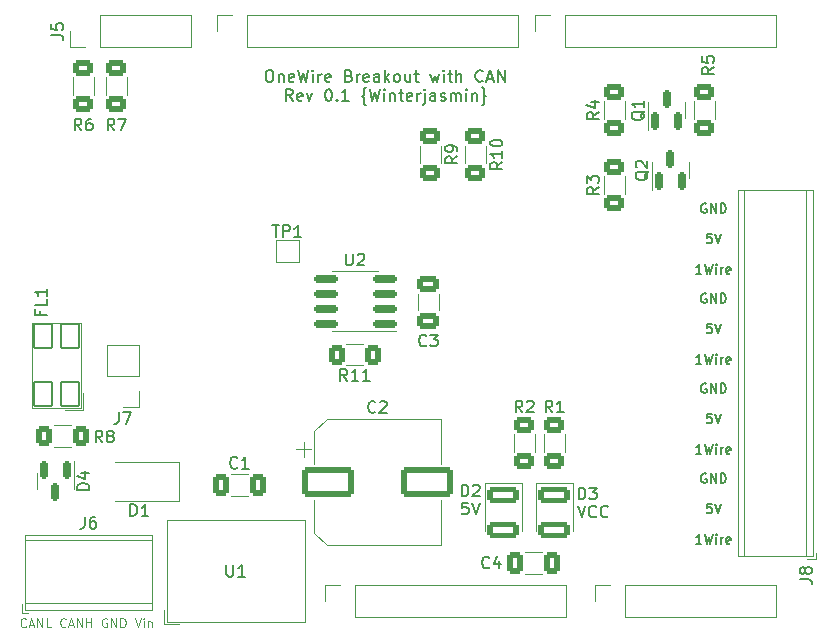
<source format=gto>
G04 #@! TF.GenerationSoftware,KiCad,Pcbnew,6.0.11-2627ca5db0~126~ubuntu22.04.1*
G04 #@! TF.CreationDate,2024-01-25T08:43:18+01:00*
G04 #@! TF.ProjectId,lmwb_ds18b20,6c6d7762-5f64-4733-9138-6232302e6b69,rev?*
G04 #@! TF.SameCoordinates,Original*
G04 #@! TF.FileFunction,Legend,Top*
G04 #@! TF.FilePolarity,Positive*
%FSLAX46Y46*%
G04 Gerber Fmt 4.6, Leading zero omitted, Abs format (unit mm)*
G04 Created by KiCad (PCBNEW 6.0.11-2627ca5db0~126~ubuntu22.04.1) date 2024-01-25 08:43:18*
%MOMM*%
%LPD*%
G01*
G04 APERTURE LIST*
G04 Aperture macros list*
%AMRoundRect*
0 Rectangle with rounded corners*
0 $1 Rounding radius*
0 $2 $3 $4 $5 $6 $7 $8 $9 X,Y pos of 4 corners*
0 Add a 4 corners polygon primitive as box body*
4,1,4,$2,$3,$4,$5,$6,$7,$8,$9,$2,$3,0*
0 Add four circle primitives for the rounded corners*
1,1,$1+$1,$2,$3*
1,1,$1+$1,$4,$5*
1,1,$1+$1,$6,$7*
1,1,$1+$1,$8,$9*
0 Add four rect primitives between the rounded corners*
20,1,$1+$1,$2,$3,$4,$5,0*
20,1,$1+$1,$4,$5,$6,$7,0*
20,1,$1+$1,$6,$7,$8,$9,0*
20,1,$1+$1,$8,$9,$2,$3,0*%
G04 Aperture macros list end*
%ADD10C,0.100000*%
%ADD11C,0.150000*%
%ADD12C,0.120000*%
%ADD13R,1.700000X1.700000*%
%ADD14O,1.700000X1.700000*%
%ADD15RoundRect,0.250000X0.625000X-0.400000X0.625000X0.400000X-0.625000X0.400000X-0.625000X-0.400000X0*%
%ADD16RoundRect,0.250001X-1.074999X0.462499X-1.074999X-0.462499X1.074999X-0.462499X1.074999X0.462499X0*%
%ADD17RoundRect,0.250000X-0.625000X0.400000X-0.625000X-0.400000X0.625000X-0.400000X0.625000X0.400000X0*%
%ADD18R,2.200000X2.200000*%
%ADD19C,2.200000*%
%ADD20RoundRect,0.150000X0.150000X-0.587500X0.150000X0.587500X-0.150000X0.587500X-0.150000X-0.587500X0*%
%ADD21R,2.500000X1.800000*%
%ADD22RoundRect,0.150000X0.825000X0.150000X-0.825000X0.150000X-0.825000X-0.150000X0.825000X-0.150000X0*%
%ADD23RoundRect,0.250000X-0.400000X-0.625000X0.400000X-0.625000X0.400000X0.625000X-0.400000X0.625000X0*%
%ADD24RoundRect,0.250000X0.650000X-0.412500X0.650000X0.412500X-0.650000X0.412500X-0.650000X-0.412500X0*%
%ADD25RoundRect,0.150000X-0.150000X0.587500X-0.150000X-0.587500X0.150000X-0.587500X0.150000X0.587500X0*%
%ADD26RoundRect,0.250000X0.412500X0.650000X-0.412500X0.650000X-0.412500X-0.650000X0.412500X-0.650000X0*%
%ADD27RoundRect,0.250000X-0.412500X-0.650000X0.412500X-0.650000X0.412500X0.650000X-0.412500X0.650000X0*%
%ADD28RoundRect,0.085500X0.769500X0.994500X-0.769500X0.994500X-0.769500X-0.994500X0.769500X-0.994500X0*%
%ADD29R,1.500000X2.300000*%
%ADD30O,1.500000X2.300000*%
%ADD31RoundRect,0.250000X0.400000X0.625000X-0.400000X0.625000X-0.400000X-0.625000X0.400000X-0.625000X0*%
%ADD32R,1.500000X1.500000*%
%ADD33RoundRect,0.250000X-1.950000X-1.000000X1.950000X-1.000000X1.950000X1.000000X-1.950000X1.000000X0*%
G04 APERTURE END LIST*
D10*
X101318857Y-99581857D02*
X101283142Y-99617571D01*
X101176000Y-99653285D01*
X101104571Y-99653285D01*
X100997428Y-99617571D01*
X100926000Y-99546142D01*
X100890285Y-99474714D01*
X100854571Y-99331857D01*
X100854571Y-99224714D01*
X100890285Y-99081857D01*
X100926000Y-99010428D01*
X100997428Y-98939000D01*
X101104571Y-98903285D01*
X101176000Y-98903285D01*
X101283142Y-98939000D01*
X101318857Y-98974714D01*
X101604571Y-99439000D02*
X101961714Y-99439000D01*
X101533142Y-99653285D02*
X101783142Y-98903285D01*
X102033142Y-99653285D01*
X102283142Y-99653285D02*
X102283142Y-98903285D01*
X102711714Y-99653285D01*
X102711714Y-98903285D01*
X103426000Y-99653285D02*
X103068857Y-99653285D01*
X103068857Y-98903285D01*
X104676000Y-99581857D02*
X104640285Y-99617571D01*
X104533142Y-99653285D01*
X104461714Y-99653285D01*
X104354571Y-99617571D01*
X104283142Y-99546142D01*
X104247428Y-99474714D01*
X104211714Y-99331857D01*
X104211714Y-99224714D01*
X104247428Y-99081857D01*
X104283142Y-99010428D01*
X104354571Y-98939000D01*
X104461714Y-98903285D01*
X104533142Y-98903285D01*
X104640285Y-98939000D01*
X104676000Y-98974714D01*
X104961714Y-99439000D02*
X105318857Y-99439000D01*
X104890285Y-99653285D02*
X105140285Y-98903285D01*
X105390285Y-99653285D01*
X105640285Y-99653285D02*
X105640285Y-98903285D01*
X106068857Y-99653285D01*
X106068857Y-98903285D01*
X106426000Y-99653285D02*
X106426000Y-98903285D01*
X106426000Y-99260428D02*
X106854571Y-99260428D01*
X106854571Y-99653285D02*
X106854571Y-98903285D01*
X108176000Y-98939000D02*
X108104571Y-98903285D01*
X107997428Y-98903285D01*
X107890285Y-98939000D01*
X107818857Y-99010428D01*
X107783142Y-99081857D01*
X107747428Y-99224714D01*
X107747428Y-99331857D01*
X107783142Y-99474714D01*
X107818857Y-99546142D01*
X107890285Y-99617571D01*
X107997428Y-99653285D01*
X108068857Y-99653285D01*
X108176000Y-99617571D01*
X108211714Y-99581857D01*
X108211714Y-99331857D01*
X108068857Y-99331857D01*
X108533142Y-99653285D02*
X108533142Y-98903285D01*
X108961714Y-99653285D01*
X108961714Y-98903285D01*
X109318857Y-99653285D02*
X109318857Y-98903285D01*
X109497428Y-98903285D01*
X109604571Y-98939000D01*
X109676000Y-99010428D01*
X109711714Y-99081857D01*
X109747428Y-99224714D01*
X109747428Y-99331857D01*
X109711714Y-99474714D01*
X109676000Y-99546142D01*
X109604571Y-99617571D01*
X109497428Y-99653285D01*
X109318857Y-99653285D01*
X110533142Y-98903285D02*
X110783142Y-99653285D01*
X111033142Y-98903285D01*
X111283142Y-99653285D02*
X111283142Y-99153285D01*
X111283142Y-98903285D02*
X111247428Y-98939000D01*
X111283142Y-98974714D01*
X111318857Y-98939000D01*
X111283142Y-98903285D01*
X111283142Y-98974714D01*
X111640285Y-99153285D02*
X111640285Y-99653285D01*
X111640285Y-99224714D02*
X111676000Y-99189000D01*
X111747428Y-99153285D01*
X111854571Y-99153285D01*
X111926000Y-99189000D01*
X111961714Y-99260428D01*
X111961714Y-99653285D01*
D11*
X158902476Y-86686000D02*
X158826285Y-86647904D01*
X158712000Y-86647904D01*
X158597714Y-86686000D01*
X158521523Y-86762190D01*
X158483428Y-86838380D01*
X158445333Y-86990761D01*
X158445333Y-87105047D01*
X158483428Y-87257428D01*
X158521523Y-87333619D01*
X158597714Y-87409809D01*
X158712000Y-87447904D01*
X158788190Y-87447904D01*
X158902476Y-87409809D01*
X158940571Y-87371714D01*
X158940571Y-87105047D01*
X158788190Y-87105047D01*
X159283428Y-87447904D02*
X159283428Y-86647904D01*
X159740571Y-87447904D01*
X159740571Y-86647904D01*
X160121523Y-87447904D02*
X160121523Y-86647904D01*
X160312000Y-86647904D01*
X160426285Y-86686000D01*
X160502476Y-86762190D01*
X160540571Y-86838380D01*
X160578666Y-86990761D01*
X160578666Y-87105047D01*
X160540571Y-87257428D01*
X160502476Y-87333619D01*
X160426285Y-87409809D01*
X160312000Y-87447904D01*
X160121523Y-87447904D01*
X159359619Y-89223904D02*
X158978666Y-89223904D01*
X158940571Y-89604857D01*
X158978666Y-89566761D01*
X159054857Y-89528666D01*
X159245333Y-89528666D01*
X159321523Y-89566761D01*
X159359619Y-89604857D01*
X159397714Y-89681047D01*
X159397714Y-89871523D01*
X159359619Y-89947714D01*
X159321523Y-89985809D01*
X159245333Y-90023904D01*
X159054857Y-90023904D01*
X158978666Y-89985809D01*
X158940571Y-89947714D01*
X159626285Y-89223904D02*
X159892952Y-90023904D01*
X160159619Y-89223904D01*
X158502476Y-92599904D02*
X158045333Y-92599904D01*
X158273904Y-92599904D02*
X158273904Y-91799904D01*
X158197714Y-91914190D01*
X158121523Y-91990380D01*
X158045333Y-92028476D01*
X158769142Y-91799904D02*
X158959619Y-92599904D01*
X159112000Y-92028476D01*
X159264380Y-92599904D01*
X159454857Y-91799904D01*
X159759619Y-92599904D02*
X159759619Y-92066571D01*
X159759619Y-91799904D02*
X159721523Y-91838000D01*
X159759619Y-91876095D01*
X159797714Y-91838000D01*
X159759619Y-91799904D01*
X159759619Y-91876095D01*
X160140571Y-92599904D02*
X160140571Y-92066571D01*
X160140571Y-92218952D02*
X160178666Y-92142761D01*
X160216761Y-92104666D01*
X160292952Y-92066571D01*
X160369142Y-92066571D01*
X160940571Y-92561809D02*
X160864380Y-92599904D01*
X160712000Y-92599904D01*
X160635809Y-92561809D01*
X160597714Y-92485619D01*
X160597714Y-92180857D01*
X160635809Y-92104666D01*
X160712000Y-92066571D01*
X160864380Y-92066571D01*
X160940571Y-92104666D01*
X160978666Y-92180857D01*
X160978666Y-92257047D01*
X160597714Y-92333238D01*
X158902476Y-79066000D02*
X158826285Y-79027904D01*
X158712000Y-79027904D01*
X158597714Y-79066000D01*
X158521523Y-79142190D01*
X158483428Y-79218380D01*
X158445333Y-79370761D01*
X158445333Y-79485047D01*
X158483428Y-79637428D01*
X158521523Y-79713619D01*
X158597714Y-79789809D01*
X158712000Y-79827904D01*
X158788190Y-79827904D01*
X158902476Y-79789809D01*
X158940571Y-79751714D01*
X158940571Y-79485047D01*
X158788190Y-79485047D01*
X159283428Y-79827904D02*
X159283428Y-79027904D01*
X159740571Y-79827904D01*
X159740571Y-79027904D01*
X160121523Y-79827904D02*
X160121523Y-79027904D01*
X160312000Y-79027904D01*
X160426285Y-79066000D01*
X160502476Y-79142190D01*
X160540571Y-79218380D01*
X160578666Y-79370761D01*
X160578666Y-79485047D01*
X160540571Y-79637428D01*
X160502476Y-79713619D01*
X160426285Y-79789809D01*
X160312000Y-79827904D01*
X160121523Y-79827904D01*
X159359619Y-81603904D02*
X158978666Y-81603904D01*
X158940571Y-81984857D01*
X158978666Y-81946761D01*
X159054857Y-81908666D01*
X159245333Y-81908666D01*
X159321523Y-81946761D01*
X159359619Y-81984857D01*
X159397714Y-82061047D01*
X159397714Y-82251523D01*
X159359619Y-82327714D01*
X159321523Y-82365809D01*
X159245333Y-82403904D01*
X159054857Y-82403904D01*
X158978666Y-82365809D01*
X158940571Y-82327714D01*
X159626285Y-81603904D02*
X159892952Y-82403904D01*
X160159619Y-81603904D01*
X158502476Y-84979904D02*
X158045333Y-84979904D01*
X158273904Y-84979904D02*
X158273904Y-84179904D01*
X158197714Y-84294190D01*
X158121523Y-84370380D01*
X158045333Y-84408476D01*
X158769142Y-84179904D02*
X158959619Y-84979904D01*
X159112000Y-84408476D01*
X159264380Y-84979904D01*
X159454857Y-84179904D01*
X159759619Y-84979904D02*
X159759619Y-84446571D01*
X159759619Y-84179904D02*
X159721523Y-84218000D01*
X159759619Y-84256095D01*
X159797714Y-84218000D01*
X159759619Y-84179904D01*
X159759619Y-84256095D01*
X160140571Y-84979904D02*
X160140571Y-84446571D01*
X160140571Y-84598952D02*
X160178666Y-84522761D01*
X160216761Y-84484666D01*
X160292952Y-84446571D01*
X160369142Y-84446571D01*
X160940571Y-84941809D02*
X160864380Y-84979904D01*
X160712000Y-84979904D01*
X160635809Y-84941809D01*
X160597714Y-84865619D01*
X160597714Y-84560857D01*
X160635809Y-84484666D01*
X160712000Y-84446571D01*
X160864380Y-84446571D01*
X160940571Y-84484666D01*
X160978666Y-84560857D01*
X160978666Y-84637047D01*
X160597714Y-84713238D01*
X158902476Y-71446000D02*
X158826285Y-71407904D01*
X158712000Y-71407904D01*
X158597714Y-71446000D01*
X158521523Y-71522190D01*
X158483428Y-71598380D01*
X158445333Y-71750761D01*
X158445333Y-71865047D01*
X158483428Y-72017428D01*
X158521523Y-72093619D01*
X158597714Y-72169809D01*
X158712000Y-72207904D01*
X158788190Y-72207904D01*
X158902476Y-72169809D01*
X158940571Y-72131714D01*
X158940571Y-71865047D01*
X158788190Y-71865047D01*
X159283428Y-72207904D02*
X159283428Y-71407904D01*
X159740571Y-72207904D01*
X159740571Y-71407904D01*
X160121523Y-72207904D02*
X160121523Y-71407904D01*
X160312000Y-71407904D01*
X160426285Y-71446000D01*
X160502476Y-71522190D01*
X160540571Y-71598380D01*
X160578666Y-71750761D01*
X160578666Y-71865047D01*
X160540571Y-72017428D01*
X160502476Y-72093619D01*
X160426285Y-72169809D01*
X160312000Y-72207904D01*
X160121523Y-72207904D01*
X159359619Y-73983904D02*
X158978666Y-73983904D01*
X158940571Y-74364857D01*
X158978666Y-74326761D01*
X159054857Y-74288666D01*
X159245333Y-74288666D01*
X159321523Y-74326761D01*
X159359619Y-74364857D01*
X159397714Y-74441047D01*
X159397714Y-74631523D01*
X159359619Y-74707714D01*
X159321523Y-74745809D01*
X159245333Y-74783904D01*
X159054857Y-74783904D01*
X158978666Y-74745809D01*
X158940571Y-74707714D01*
X159626285Y-73983904D02*
X159892952Y-74783904D01*
X160159619Y-73983904D01*
X158502476Y-77359904D02*
X158045333Y-77359904D01*
X158273904Y-77359904D02*
X158273904Y-76559904D01*
X158197714Y-76674190D01*
X158121523Y-76750380D01*
X158045333Y-76788476D01*
X158769142Y-76559904D02*
X158959619Y-77359904D01*
X159112000Y-76788476D01*
X159264380Y-77359904D01*
X159454857Y-76559904D01*
X159759619Y-77359904D02*
X159759619Y-76826571D01*
X159759619Y-76559904D02*
X159721523Y-76598000D01*
X159759619Y-76636095D01*
X159797714Y-76598000D01*
X159759619Y-76559904D01*
X159759619Y-76636095D01*
X160140571Y-77359904D02*
X160140571Y-76826571D01*
X160140571Y-76978952D02*
X160178666Y-76902761D01*
X160216761Y-76864666D01*
X160292952Y-76826571D01*
X160369142Y-76826571D01*
X160940571Y-77321809D02*
X160864380Y-77359904D01*
X160712000Y-77359904D01*
X160635809Y-77321809D01*
X160597714Y-77245619D01*
X160597714Y-76940857D01*
X160635809Y-76864666D01*
X160712000Y-76826571D01*
X160864380Y-76826571D01*
X160940571Y-76864666D01*
X160978666Y-76940857D01*
X160978666Y-77017047D01*
X160597714Y-77093238D01*
X121845238Y-52495380D02*
X122035714Y-52495380D01*
X122130952Y-52543000D01*
X122226190Y-52638238D01*
X122273809Y-52828714D01*
X122273809Y-53162047D01*
X122226190Y-53352523D01*
X122130952Y-53447761D01*
X122035714Y-53495380D01*
X121845238Y-53495380D01*
X121750000Y-53447761D01*
X121654761Y-53352523D01*
X121607142Y-53162047D01*
X121607142Y-52828714D01*
X121654761Y-52638238D01*
X121750000Y-52543000D01*
X121845238Y-52495380D01*
X122702380Y-52828714D02*
X122702380Y-53495380D01*
X122702380Y-52923952D02*
X122750000Y-52876333D01*
X122845238Y-52828714D01*
X122988095Y-52828714D01*
X123083333Y-52876333D01*
X123130952Y-52971571D01*
X123130952Y-53495380D01*
X123988095Y-53447761D02*
X123892857Y-53495380D01*
X123702380Y-53495380D01*
X123607142Y-53447761D01*
X123559523Y-53352523D01*
X123559523Y-52971571D01*
X123607142Y-52876333D01*
X123702380Y-52828714D01*
X123892857Y-52828714D01*
X123988095Y-52876333D01*
X124035714Y-52971571D01*
X124035714Y-53066809D01*
X123559523Y-53162047D01*
X124369047Y-52495380D02*
X124607142Y-53495380D01*
X124797619Y-52781095D01*
X124988095Y-53495380D01*
X125226190Y-52495380D01*
X125607142Y-53495380D02*
X125607142Y-52828714D01*
X125607142Y-52495380D02*
X125559523Y-52543000D01*
X125607142Y-52590619D01*
X125654761Y-52543000D01*
X125607142Y-52495380D01*
X125607142Y-52590619D01*
X126083333Y-53495380D02*
X126083333Y-52828714D01*
X126083333Y-53019190D02*
X126130952Y-52923952D01*
X126178571Y-52876333D01*
X126273809Y-52828714D01*
X126369047Y-52828714D01*
X127083333Y-53447761D02*
X126988095Y-53495380D01*
X126797619Y-53495380D01*
X126702380Y-53447761D01*
X126654761Y-53352523D01*
X126654761Y-52971571D01*
X126702380Y-52876333D01*
X126797619Y-52828714D01*
X126988095Y-52828714D01*
X127083333Y-52876333D01*
X127130952Y-52971571D01*
X127130952Y-53066809D01*
X126654761Y-53162047D01*
X128654761Y-52971571D02*
X128797619Y-53019190D01*
X128845238Y-53066809D01*
X128892857Y-53162047D01*
X128892857Y-53304904D01*
X128845238Y-53400142D01*
X128797619Y-53447761D01*
X128702380Y-53495380D01*
X128321428Y-53495380D01*
X128321428Y-52495380D01*
X128654761Y-52495380D01*
X128750000Y-52543000D01*
X128797619Y-52590619D01*
X128845238Y-52685857D01*
X128845238Y-52781095D01*
X128797619Y-52876333D01*
X128750000Y-52923952D01*
X128654761Y-52971571D01*
X128321428Y-52971571D01*
X129321428Y-53495380D02*
X129321428Y-52828714D01*
X129321428Y-53019190D02*
X129369047Y-52923952D01*
X129416666Y-52876333D01*
X129511904Y-52828714D01*
X129607142Y-52828714D01*
X130321428Y-53447761D02*
X130226190Y-53495380D01*
X130035714Y-53495380D01*
X129940476Y-53447761D01*
X129892857Y-53352523D01*
X129892857Y-52971571D01*
X129940476Y-52876333D01*
X130035714Y-52828714D01*
X130226190Y-52828714D01*
X130321428Y-52876333D01*
X130369047Y-52971571D01*
X130369047Y-53066809D01*
X129892857Y-53162047D01*
X131226190Y-53495380D02*
X131226190Y-52971571D01*
X131178571Y-52876333D01*
X131083333Y-52828714D01*
X130892857Y-52828714D01*
X130797619Y-52876333D01*
X131226190Y-53447761D02*
X131130952Y-53495380D01*
X130892857Y-53495380D01*
X130797619Y-53447761D01*
X130750000Y-53352523D01*
X130750000Y-53257285D01*
X130797619Y-53162047D01*
X130892857Y-53114428D01*
X131130952Y-53114428D01*
X131226190Y-53066809D01*
X131702380Y-53495380D02*
X131702380Y-52495380D01*
X131797619Y-53114428D02*
X132083333Y-53495380D01*
X132083333Y-52828714D02*
X131702380Y-53209666D01*
X132654761Y-53495380D02*
X132559523Y-53447761D01*
X132511904Y-53400142D01*
X132464285Y-53304904D01*
X132464285Y-53019190D01*
X132511904Y-52923952D01*
X132559523Y-52876333D01*
X132654761Y-52828714D01*
X132797619Y-52828714D01*
X132892857Y-52876333D01*
X132940476Y-52923952D01*
X132988095Y-53019190D01*
X132988095Y-53304904D01*
X132940476Y-53400142D01*
X132892857Y-53447761D01*
X132797619Y-53495380D01*
X132654761Y-53495380D01*
X133845238Y-52828714D02*
X133845238Y-53495380D01*
X133416666Y-52828714D02*
X133416666Y-53352523D01*
X133464285Y-53447761D01*
X133559523Y-53495380D01*
X133702380Y-53495380D01*
X133797619Y-53447761D01*
X133845238Y-53400142D01*
X134178571Y-52828714D02*
X134559523Y-52828714D01*
X134321428Y-52495380D02*
X134321428Y-53352523D01*
X134369047Y-53447761D01*
X134464285Y-53495380D01*
X134559523Y-53495380D01*
X135559523Y-52828714D02*
X135750000Y-53495380D01*
X135940476Y-53019190D01*
X136130952Y-53495380D01*
X136321428Y-52828714D01*
X136702380Y-53495380D02*
X136702380Y-52828714D01*
X136702380Y-52495380D02*
X136654761Y-52543000D01*
X136702380Y-52590619D01*
X136750000Y-52543000D01*
X136702380Y-52495380D01*
X136702380Y-52590619D01*
X137035714Y-52828714D02*
X137416666Y-52828714D01*
X137178571Y-52495380D02*
X137178571Y-53352523D01*
X137226190Y-53447761D01*
X137321428Y-53495380D01*
X137416666Y-53495380D01*
X137750000Y-53495380D02*
X137750000Y-52495380D01*
X138178571Y-53495380D02*
X138178571Y-52971571D01*
X138130952Y-52876333D01*
X138035714Y-52828714D01*
X137892857Y-52828714D01*
X137797619Y-52876333D01*
X137750000Y-52923952D01*
X139988095Y-53400142D02*
X139940476Y-53447761D01*
X139797619Y-53495380D01*
X139702380Y-53495380D01*
X139559523Y-53447761D01*
X139464285Y-53352523D01*
X139416666Y-53257285D01*
X139369047Y-53066809D01*
X139369047Y-52923952D01*
X139416666Y-52733476D01*
X139464285Y-52638238D01*
X139559523Y-52543000D01*
X139702380Y-52495380D01*
X139797619Y-52495380D01*
X139940476Y-52543000D01*
X139988095Y-52590619D01*
X140369047Y-53209666D02*
X140845238Y-53209666D01*
X140273809Y-53495380D02*
X140607142Y-52495380D01*
X140940476Y-53495380D01*
X141273809Y-53495380D02*
X141273809Y-52495380D01*
X141845238Y-53495380D01*
X141845238Y-52495380D01*
X123892857Y-55105380D02*
X123559523Y-54629190D01*
X123321428Y-55105380D02*
X123321428Y-54105380D01*
X123702380Y-54105380D01*
X123797619Y-54153000D01*
X123845238Y-54200619D01*
X123892857Y-54295857D01*
X123892857Y-54438714D01*
X123845238Y-54533952D01*
X123797619Y-54581571D01*
X123702380Y-54629190D01*
X123321428Y-54629190D01*
X124702380Y-55057761D02*
X124607142Y-55105380D01*
X124416666Y-55105380D01*
X124321428Y-55057761D01*
X124273809Y-54962523D01*
X124273809Y-54581571D01*
X124321428Y-54486333D01*
X124416666Y-54438714D01*
X124607142Y-54438714D01*
X124702380Y-54486333D01*
X124750000Y-54581571D01*
X124750000Y-54676809D01*
X124273809Y-54772047D01*
X125083333Y-54438714D02*
X125321428Y-55105380D01*
X125559523Y-54438714D01*
X126892857Y-54105380D02*
X126988095Y-54105380D01*
X127083333Y-54153000D01*
X127130952Y-54200619D01*
X127178571Y-54295857D01*
X127226190Y-54486333D01*
X127226190Y-54724428D01*
X127178571Y-54914904D01*
X127130952Y-55010142D01*
X127083333Y-55057761D01*
X126988095Y-55105380D01*
X126892857Y-55105380D01*
X126797619Y-55057761D01*
X126750000Y-55010142D01*
X126702380Y-54914904D01*
X126654761Y-54724428D01*
X126654761Y-54486333D01*
X126702380Y-54295857D01*
X126750000Y-54200619D01*
X126797619Y-54153000D01*
X126892857Y-54105380D01*
X127654761Y-55010142D02*
X127702380Y-55057761D01*
X127654761Y-55105380D01*
X127607142Y-55057761D01*
X127654761Y-55010142D01*
X127654761Y-55105380D01*
X128654761Y-55105380D02*
X128083333Y-55105380D01*
X128369047Y-55105380D02*
X128369047Y-54105380D01*
X128273809Y-54248238D01*
X128178571Y-54343476D01*
X128083333Y-54391095D01*
X130130952Y-55486333D02*
X130083333Y-55486333D01*
X129988095Y-55438714D01*
X129940476Y-55343476D01*
X129940476Y-54867285D01*
X129892857Y-54772047D01*
X129797619Y-54724428D01*
X129892857Y-54676809D01*
X129940476Y-54581571D01*
X129940476Y-54105380D01*
X129988095Y-54010142D01*
X130083333Y-53962523D01*
X130130952Y-53962523D01*
X130416666Y-54105380D02*
X130654761Y-55105380D01*
X130845238Y-54391095D01*
X131035714Y-55105380D01*
X131273809Y-54105380D01*
X131654761Y-55105380D02*
X131654761Y-54438714D01*
X131654761Y-54105380D02*
X131607142Y-54153000D01*
X131654761Y-54200619D01*
X131702380Y-54153000D01*
X131654761Y-54105380D01*
X131654761Y-54200619D01*
X132130952Y-54438714D02*
X132130952Y-55105380D01*
X132130952Y-54533952D02*
X132178571Y-54486333D01*
X132273809Y-54438714D01*
X132416666Y-54438714D01*
X132511904Y-54486333D01*
X132559523Y-54581571D01*
X132559523Y-55105380D01*
X132892857Y-54438714D02*
X133273809Y-54438714D01*
X133035714Y-54105380D02*
X133035714Y-54962523D01*
X133083333Y-55057761D01*
X133178571Y-55105380D01*
X133273809Y-55105380D01*
X133988095Y-55057761D02*
X133892857Y-55105380D01*
X133702380Y-55105380D01*
X133607142Y-55057761D01*
X133559523Y-54962523D01*
X133559523Y-54581571D01*
X133607142Y-54486333D01*
X133702380Y-54438714D01*
X133892857Y-54438714D01*
X133988095Y-54486333D01*
X134035714Y-54581571D01*
X134035714Y-54676809D01*
X133559523Y-54772047D01*
X134464285Y-55105380D02*
X134464285Y-54438714D01*
X134464285Y-54629190D02*
X134511904Y-54533952D01*
X134559523Y-54486333D01*
X134654761Y-54438714D01*
X134750000Y-54438714D01*
X135083333Y-54438714D02*
X135083333Y-55295857D01*
X135035714Y-55391095D01*
X134940476Y-55438714D01*
X134892857Y-55438714D01*
X135083333Y-54105380D02*
X135035714Y-54153000D01*
X135083333Y-54200619D01*
X135130952Y-54153000D01*
X135083333Y-54105380D01*
X135083333Y-54200619D01*
X135988095Y-55105380D02*
X135988095Y-54581571D01*
X135940476Y-54486333D01*
X135845238Y-54438714D01*
X135654761Y-54438714D01*
X135559523Y-54486333D01*
X135988095Y-55057761D02*
X135892857Y-55105380D01*
X135654761Y-55105380D01*
X135559523Y-55057761D01*
X135511904Y-54962523D01*
X135511904Y-54867285D01*
X135559523Y-54772047D01*
X135654761Y-54724428D01*
X135892857Y-54724428D01*
X135988095Y-54676809D01*
X136416666Y-55057761D02*
X136511904Y-55105380D01*
X136702380Y-55105380D01*
X136797619Y-55057761D01*
X136845238Y-54962523D01*
X136845238Y-54914904D01*
X136797619Y-54819666D01*
X136702380Y-54772047D01*
X136559523Y-54772047D01*
X136464285Y-54724428D01*
X136416666Y-54629190D01*
X136416666Y-54581571D01*
X136464285Y-54486333D01*
X136559523Y-54438714D01*
X136702380Y-54438714D01*
X136797619Y-54486333D01*
X137273809Y-55105380D02*
X137273809Y-54438714D01*
X137273809Y-54533952D02*
X137321428Y-54486333D01*
X137416666Y-54438714D01*
X137559523Y-54438714D01*
X137654761Y-54486333D01*
X137702380Y-54581571D01*
X137702380Y-55105380D01*
X137702380Y-54581571D02*
X137750000Y-54486333D01*
X137845238Y-54438714D01*
X137988095Y-54438714D01*
X138083333Y-54486333D01*
X138130952Y-54581571D01*
X138130952Y-55105380D01*
X138607142Y-55105380D02*
X138607142Y-54438714D01*
X138607142Y-54105380D02*
X138559523Y-54153000D01*
X138607142Y-54200619D01*
X138654761Y-54153000D01*
X138607142Y-54105380D01*
X138607142Y-54200619D01*
X139083333Y-54438714D02*
X139083333Y-55105380D01*
X139083333Y-54533952D02*
X139130952Y-54486333D01*
X139226190Y-54438714D01*
X139369047Y-54438714D01*
X139464285Y-54486333D01*
X139511904Y-54581571D01*
X139511904Y-55105380D01*
X139892857Y-55486333D02*
X139940476Y-55486333D01*
X140035714Y-55438714D01*
X140083333Y-55343476D01*
X140083333Y-54867285D01*
X140130952Y-54772047D01*
X140226190Y-54724428D01*
X140130952Y-54676809D01*
X140083333Y-54581571D01*
X140083333Y-54105380D01*
X140035714Y-54010142D01*
X139940476Y-53962523D01*
X139892857Y-53962523D01*
X148018666Y-89368380D02*
X148352000Y-90368380D01*
X148685333Y-89368380D01*
X149590095Y-90273142D02*
X149542476Y-90320761D01*
X149399619Y-90368380D01*
X149304380Y-90368380D01*
X149161523Y-90320761D01*
X149066285Y-90225523D01*
X149018666Y-90130285D01*
X148971047Y-89939809D01*
X148971047Y-89796952D01*
X149018666Y-89606476D01*
X149066285Y-89511238D01*
X149161523Y-89416000D01*
X149304380Y-89368380D01*
X149399619Y-89368380D01*
X149542476Y-89416000D01*
X149590095Y-89463619D01*
X150590095Y-90273142D02*
X150542476Y-90320761D01*
X150399619Y-90368380D01*
X150304380Y-90368380D01*
X150161523Y-90320761D01*
X150066285Y-90225523D01*
X150018666Y-90130285D01*
X149971047Y-89939809D01*
X149971047Y-89796952D01*
X150018666Y-89606476D01*
X150066285Y-89511238D01*
X150161523Y-89416000D01*
X150304380Y-89368380D01*
X150399619Y-89368380D01*
X150542476Y-89416000D01*
X150590095Y-89463619D01*
X138747523Y-89114380D02*
X138271333Y-89114380D01*
X138223714Y-89590571D01*
X138271333Y-89542952D01*
X138366571Y-89495333D01*
X138604666Y-89495333D01*
X138699904Y-89542952D01*
X138747523Y-89590571D01*
X138795142Y-89685809D01*
X138795142Y-89923904D01*
X138747523Y-90019142D01*
X138699904Y-90066761D01*
X138604666Y-90114380D01*
X138366571Y-90114380D01*
X138271333Y-90066761D01*
X138223714Y-90019142D01*
X139080857Y-89114380D02*
X139414190Y-90114380D01*
X139747523Y-89114380D01*
X158902476Y-63826000D02*
X158826285Y-63787904D01*
X158712000Y-63787904D01*
X158597714Y-63826000D01*
X158521523Y-63902190D01*
X158483428Y-63978380D01*
X158445333Y-64130761D01*
X158445333Y-64245047D01*
X158483428Y-64397428D01*
X158521523Y-64473619D01*
X158597714Y-64549809D01*
X158712000Y-64587904D01*
X158788190Y-64587904D01*
X158902476Y-64549809D01*
X158940571Y-64511714D01*
X158940571Y-64245047D01*
X158788190Y-64245047D01*
X159283428Y-64587904D02*
X159283428Y-63787904D01*
X159740571Y-64587904D01*
X159740571Y-63787904D01*
X160121523Y-64587904D02*
X160121523Y-63787904D01*
X160312000Y-63787904D01*
X160426285Y-63826000D01*
X160502476Y-63902190D01*
X160540571Y-63978380D01*
X160578666Y-64130761D01*
X160578666Y-64245047D01*
X160540571Y-64397428D01*
X160502476Y-64473619D01*
X160426285Y-64549809D01*
X160312000Y-64587904D01*
X160121523Y-64587904D01*
X159359619Y-66363904D02*
X158978666Y-66363904D01*
X158940571Y-66744857D01*
X158978666Y-66706761D01*
X159054857Y-66668666D01*
X159245333Y-66668666D01*
X159321523Y-66706761D01*
X159359619Y-66744857D01*
X159397714Y-66821047D01*
X159397714Y-67011523D01*
X159359619Y-67087714D01*
X159321523Y-67125809D01*
X159245333Y-67163904D01*
X159054857Y-67163904D01*
X158978666Y-67125809D01*
X158940571Y-67087714D01*
X159626285Y-66363904D02*
X159892952Y-67163904D01*
X160159619Y-66363904D01*
X158502476Y-69739904D02*
X158045333Y-69739904D01*
X158273904Y-69739904D02*
X158273904Y-68939904D01*
X158197714Y-69054190D01*
X158121523Y-69130380D01*
X158045333Y-69168476D01*
X158769142Y-68939904D02*
X158959619Y-69739904D01*
X159112000Y-69168476D01*
X159264380Y-69739904D01*
X159454857Y-68939904D01*
X159759619Y-69739904D02*
X159759619Y-69206571D01*
X159759619Y-68939904D02*
X159721523Y-68978000D01*
X159759619Y-69016095D01*
X159797714Y-68978000D01*
X159759619Y-68939904D01*
X159759619Y-69016095D01*
X160140571Y-69739904D02*
X160140571Y-69206571D01*
X160140571Y-69358952D02*
X160178666Y-69282761D01*
X160216761Y-69244666D01*
X160292952Y-69206571D01*
X160369142Y-69206571D01*
X160940571Y-69701809D02*
X160864380Y-69739904D01*
X160712000Y-69739904D01*
X160635809Y-69701809D01*
X160597714Y-69625619D01*
X160597714Y-69320857D01*
X160635809Y-69244666D01*
X160712000Y-69206571D01*
X160864380Y-69206571D01*
X160940571Y-69244666D01*
X160978666Y-69320857D01*
X160978666Y-69397047D01*
X160597714Y-69473238D01*
X103472380Y-49533333D02*
X104186666Y-49533333D01*
X104329523Y-49580952D01*
X104424761Y-49676190D01*
X104472380Y-49819047D01*
X104472380Y-49914285D01*
X103472380Y-48580952D02*
X103472380Y-49057142D01*
X103948571Y-49104761D01*
X103900952Y-49057142D01*
X103853333Y-48961904D01*
X103853333Y-48723809D01*
X103900952Y-48628571D01*
X103948571Y-48580952D01*
X104043809Y-48533333D01*
X104281904Y-48533333D01*
X104377142Y-48580952D01*
X104424761Y-48628571D01*
X104472380Y-48723809D01*
X104472380Y-48961904D01*
X104424761Y-49057142D01*
X104377142Y-49104761D01*
X145883333Y-81478380D02*
X145550000Y-81002190D01*
X145311904Y-81478380D02*
X145311904Y-80478380D01*
X145692857Y-80478380D01*
X145788095Y-80526000D01*
X145835714Y-80573619D01*
X145883333Y-80668857D01*
X145883333Y-80811714D01*
X145835714Y-80906952D01*
X145788095Y-80954571D01*
X145692857Y-81002190D01*
X145311904Y-81002190D01*
X146835714Y-81478380D02*
X146264285Y-81478380D01*
X146550000Y-81478380D02*
X146550000Y-80478380D01*
X146454761Y-80621238D01*
X146359523Y-80716476D01*
X146264285Y-80764095D01*
X148105904Y-88844380D02*
X148105904Y-87844380D01*
X148344000Y-87844380D01*
X148486857Y-87892000D01*
X148582095Y-87987238D01*
X148629714Y-88082476D01*
X148677333Y-88272952D01*
X148677333Y-88415809D01*
X148629714Y-88606285D01*
X148582095Y-88701523D01*
X148486857Y-88796761D01*
X148344000Y-88844380D01*
X148105904Y-88844380D01*
X149010666Y-87844380D02*
X149629714Y-87844380D01*
X149296380Y-88225333D01*
X149439238Y-88225333D01*
X149534476Y-88272952D01*
X149582095Y-88320571D01*
X149629714Y-88415809D01*
X149629714Y-88653904D01*
X149582095Y-88749142D01*
X149534476Y-88796761D01*
X149439238Y-88844380D01*
X149153523Y-88844380D01*
X149058285Y-88796761D01*
X149010666Y-88749142D01*
X137832380Y-59806667D02*
X137356190Y-60140001D01*
X137832380Y-60378096D02*
X136832380Y-60378096D01*
X136832380Y-59997143D01*
X136880000Y-59901905D01*
X136927619Y-59854286D01*
X137022857Y-59806667D01*
X137165714Y-59806667D01*
X137260952Y-59854286D01*
X137308571Y-59901905D01*
X137356190Y-59997143D01*
X137356190Y-60378096D01*
X137832380Y-59330477D02*
X137832380Y-59140001D01*
X137784761Y-59044762D01*
X137737142Y-58997143D01*
X137594285Y-58901905D01*
X137403809Y-58854286D01*
X137022857Y-58854286D01*
X136927619Y-58901905D01*
X136880000Y-58949524D01*
X136832380Y-59044762D01*
X136832380Y-59235239D01*
X136880000Y-59330477D01*
X136927619Y-59378096D01*
X137022857Y-59425715D01*
X137260952Y-59425715D01*
X137356190Y-59378096D01*
X137403809Y-59330477D01*
X137451428Y-59235239D01*
X137451428Y-59044762D01*
X137403809Y-58949524D01*
X137356190Y-58901905D01*
X137260952Y-58854286D01*
X143343333Y-81478380D02*
X143010000Y-81002190D01*
X142771904Y-81478380D02*
X142771904Y-80478380D01*
X143152857Y-80478380D01*
X143248095Y-80526000D01*
X143295714Y-80573619D01*
X143343333Y-80668857D01*
X143343333Y-80811714D01*
X143295714Y-80906952D01*
X143248095Y-80954571D01*
X143152857Y-81002190D01*
X142771904Y-81002190D01*
X143724285Y-80573619D02*
X143771904Y-80526000D01*
X143867142Y-80478380D01*
X144105238Y-80478380D01*
X144200476Y-80526000D01*
X144248095Y-80573619D01*
X144295714Y-80668857D01*
X144295714Y-80764095D01*
X144248095Y-80906952D01*
X143676666Y-81478380D01*
X144295714Y-81478380D01*
X106005333Y-57602380D02*
X105672000Y-57126190D01*
X105433904Y-57602380D02*
X105433904Y-56602380D01*
X105814857Y-56602380D01*
X105910095Y-56650000D01*
X105957714Y-56697619D01*
X106005333Y-56792857D01*
X106005333Y-56935714D01*
X105957714Y-57030952D01*
X105910095Y-57078571D01*
X105814857Y-57126190D01*
X105433904Y-57126190D01*
X106862476Y-56602380D02*
X106672000Y-56602380D01*
X106576761Y-56650000D01*
X106529142Y-56697619D01*
X106433904Y-56840476D01*
X106386285Y-57030952D01*
X106386285Y-57411904D01*
X106433904Y-57507142D01*
X106481523Y-57554761D01*
X106576761Y-57602380D01*
X106767238Y-57602380D01*
X106862476Y-57554761D01*
X106910095Y-57507142D01*
X106957714Y-57411904D01*
X106957714Y-57173809D01*
X106910095Y-57078571D01*
X106862476Y-57030952D01*
X106767238Y-56983333D01*
X106576761Y-56983333D01*
X106481523Y-57030952D01*
X106433904Y-57078571D01*
X106386285Y-57173809D01*
X106276666Y-90312380D02*
X106276666Y-91026666D01*
X106229047Y-91169523D01*
X106133809Y-91264761D01*
X105990952Y-91312380D01*
X105895714Y-91312380D01*
X107181428Y-90312380D02*
X106990952Y-90312380D01*
X106895714Y-90360000D01*
X106848095Y-90407619D01*
X106752857Y-90550476D01*
X106705238Y-90740952D01*
X106705238Y-91121904D01*
X106752857Y-91217142D01*
X106800476Y-91264761D01*
X106895714Y-91312380D01*
X107086190Y-91312380D01*
X107181428Y-91264761D01*
X107229047Y-91217142D01*
X107276666Y-91121904D01*
X107276666Y-90883809D01*
X107229047Y-90788571D01*
X107181428Y-90740952D01*
X107086190Y-90693333D01*
X106895714Y-90693333D01*
X106800476Y-90740952D01*
X106752857Y-90788571D01*
X106705238Y-90883809D01*
X153702619Y-55975238D02*
X153655000Y-56070476D01*
X153559761Y-56165714D01*
X153416904Y-56308571D01*
X153369285Y-56403809D01*
X153369285Y-56499047D01*
X153607380Y-56451428D02*
X153559761Y-56546666D01*
X153464523Y-56641904D01*
X153274047Y-56689523D01*
X152940714Y-56689523D01*
X152750238Y-56641904D01*
X152655000Y-56546666D01*
X152607380Y-56451428D01*
X152607380Y-56260952D01*
X152655000Y-56165714D01*
X152750238Y-56070476D01*
X152940714Y-56022857D01*
X153274047Y-56022857D01*
X153464523Y-56070476D01*
X153559761Y-56165714D01*
X153607380Y-56260952D01*
X153607380Y-56451428D01*
X153607380Y-55070476D02*
X153607380Y-55641904D01*
X153607380Y-55356190D02*
X152607380Y-55356190D01*
X152750238Y-55451428D01*
X152845476Y-55546666D01*
X152893095Y-55641904D01*
X109191666Y-81462380D02*
X109191666Y-82176666D01*
X109144047Y-82319523D01*
X109048809Y-82414761D01*
X108905952Y-82462380D01*
X108810714Y-82462380D01*
X109572619Y-81462380D02*
X110239285Y-81462380D01*
X109810714Y-82462380D01*
X110151904Y-90252380D02*
X110151904Y-89252380D01*
X110390000Y-89252380D01*
X110532857Y-89300000D01*
X110628095Y-89395238D01*
X110675714Y-89490476D01*
X110723333Y-89680952D01*
X110723333Y-89823809D01*
X110675714Y-90014285D01*
X110628095Y-90109523D01*
X110532857Y-90204761D01*
X110390000Y-90252380D01*
X110151904Y-90252380D01*
X111675714Y-90252380D02*
X111104285Y-90252380D01*
X111390000Y-90252380D02*
X111390000Y-89252380D01*
X111294761Y-89395238D01*
X111199523Y-89490476D01*
X111104285Y-89538095D01*
X128397095Y-68032380D02*
X128397095Y-68841904D01*
X128444714Y-68937142D01*
X128492333Y-68984761D01*
X128587571Y-69032380D01*
X128778047Y-69032380D01*
X128873285Y-68984761D01*
X128920904Y-68937142D01*
X128968523Y-68841904D01*
X128968523Y-68032380D01*
X129397095Y-68127619D02*
X129444714Y-68080000D01*
X129539952Y-68032380D01*
X129778047Y-68032380D01*
X129873285Y-68080000D01*
X129920904Y-68127619D01*
X129968523Y-68222857D01*
X129968523Y-68318095D01*
X129920904Y-68460952D01*
X129349476Y-69032380D01*
X129968523Y-69032380D01*
X149804380Y-62396666D02*
X149328190Y-62730000D01*
X149804380Y-62968095D02*
X148804380Y-62968095D01*
X148804380Y-62587142D01*
X148852000Y-62491904D01*
X148899619Y-62444285D01*
X148994857Y-62396666D01*
X149137714Y-62396666D01*
X149232952Y-62444285D01*
X149280571Y-62491904D01*
X149328190Y-62587142D01*
X149328190Y-62968095D01*
X148804380Y-62063333D02*
X148804380Y-61444285D01*
X149185333Y-61777619D01*
X149185333Y-61634761D01*
X149232952Y-61539523D01*
X149280571Y-61491904D01*
X149375809Y-61444285D01*
X149613904Y-61444285D01*
X149709142Y-61491904D01*
X149756761Y-61539523D01*
X149804380Y-61634761D01*
X149804380Y-61920476D01*
X149756761Y-62015714D01*
X149709142Y-62063333D01*
X154027619Y-61055238D02*
X153980000Y-61150476D01*
X153884761Y-61245714D01*
X153741904Y-61388571D01*
X153694285Y-61483809D01*
X153694285Y-61579047D01*
X153932380Y-61531428D02*
X153884761Y-61626666D01*
X153789523Y-61721904D01*
X153599047Y-61769523D01*
X153265714Y-61769523D01*
X153075238Y-61721904D01*
X152980000Y-61626666D01*
X152932380Y-61531428D01*
X152932380Y-61340952D01*
X152980000Y-61245714D01*
X153075238Y-61150476D01*
X153265714Y-61102857D01*
X153599047Y-61102857D01*
X153789523Y-61150476D01*
X153884761Y-61245714D01*
X153932380Y-61340952D01*
X153932380Y-61531428D01*
X153027619Y-60721904D02*
X152980000Y-60674285D01*
X152932380Y-60579047D01*
X152932380Y-60340952D01*
X152980000Y-60245714D01*
X153027619Y-60198095D01*
X153122857Y-60150476D01*
X153218095Y-60150476D01*
X153360952Y-60198095D01*
X153932380Y-60769523D01*
X153932380Y-60150476D01*
X141642380Y-60282858D02*
X141166190Y-60616191D01*
X141642380Y-60854286D02*
X140642380Y-60854286D01*
X140642380Y-60473334D01*
X140690000Y-60378096D01*
X140737619Y-60330477D01*
X140832857Y-60282858D01*
X140975714Y-60282858D01*
X141070952Y-60330477D01*
X141118571Y-60378096D01*
X141166190Y-60473334D01*
X141166190Y-60854286D01*
X141642380Y-59330477D02*
X141642380Y-59901905D01*
X141642380Y-59616191D02*
X140642380Y-59616191D01*
X140785238Y-59711429D01*
X140880476Y-59806667D01*
X140928095Y-59901905D01*
X140642380Y-58711429D02*
X140642380Y-58616191D01*
X140690000Y-58520953D01*
X140737619Y-58473334D01*
X140832857Y-58425715D01*
X141023333Y-58378096D01*
X141261428Y-58378096D01*
X141451904Y-58425715D01*
X141547142Y-58473334D01*
X141594761Y-58520953D01*
X141642380Y-58616191D01*
X141642380Y-58711429D01*
X141594761Y-58806667D01*
X141547142Y-58854286D01*
X141451904Y-58901905D01*
X141261428Y-58949524D01*
X141023333Y-58949524D01*
X140832857Y-58901905D01*
X140737619Y-58854286D01*
X140690000Y-58806667D01*
X140642380Y-58711429D01*
X128516142Y-78811380D02*
X128182809Y-78335190D01*
X127944714Y-78811380D02*
X127944714Y-77811380D01*
X128325666Y-77811380D01*
X128420904Y-77859000D01*
X128468523Y-77906619D01*
X128516142Y-78001857D01*
X128516142Y-78144714D01*
X128468523Y-78239952D01*
X128420904Y-78287571D01*
X128325666Y-78335190D01*
X127944714Y-78335190D01*
X129468523Y-78811380D02*
X128897095Y-78811380D01*
X129182809Y-78811380D02*
X129182809Y-77811380D01*
X129087571Y-77954238D01*
X128992333Y-78049476D01*
X128897095Y-78097095D01*
X130420904Y-78811380D02*
X129849476Y-78811380D01*
X130135190Y-78811380D02*
X130135190Y-77811380D01*
X130039952Y-77954238D01*
X129944714Y-78049476D01*
X129849476Y-78097095D01*
X135215333Y-75795142D02*
X135167714Y-75842761D01*
X135024857Y-75890380D01*
X134929619Y-75890380D01*
X134786761Y-75842761D01*
X134691523Y-75747523D01*
X134643904Y-75652285D01*
X134596285Y-75461809D01*
X134596285Y-75318952D01*
X134643904Y-75128476D01*
X134691523Y-75033238D01*
X134786761Y-74938000D01*
X134929619Y-74890380D01*
X135024857Y-74890380D01*
X135167714Y-74938000D01*
X135215333Y-74985619D01*
X135548666Y-74890380D02*
X136167714Y-74890380D01*
X135834380Y-75271333D01*
X135977238Y-75271333D01*
X136072476Y-75318952D01*
X136120095Y-75366571D01*
X136167714Y-75461809D01*
X136167714Y-75699904D01*
X136120095Y-75795142D01*
X136072476Y-75842761D01*
X135977238Y-75890380D01*
X135691523Y-75890380D01*
X135596285Y-75842761D01*
X135548666Y-75795142D01*
X166838380Y-95583333D02*
X167552666Y-95583333D01*
X167695523Y-95630952D01*
X167790761Y-95726190D01*
X167838380Y-95869047D01*
X167838380Y-95964285D01*
X167266952Y-94964285D02*
X167219333Y-95059523D01*
X167171714Y-95107142D01*
X167076476Y-95154761D01*
X167028857Y-95154761D01*
X166933619Y-95107142D01*
X166886000Y-95059523D01*
X166838380Y-94964285D01*
X166838380Y-94773809D01*
X166886000Y-94678571D01*
X166933619Y-94630952D01*
X167028857Y-94583333D01*
X167076476Y-94583333D01*
X167171714Y-94630952D01*
X167219333Y-94678571D01*
X167266952Y-94773809D01*
X167266952Y-94964285D01*
X167314571Y-95059523D01*
X167362190Y-95107142D01*
X167457428Y-95154761D01*
X167647904Y-95154761D01*
X167743142Y-95107142D01*
X167790761Y-95059523D01*
X167838380Y-94964285D01*
X167838380Y-94773809D01*
X167790761Y-94678571D01*
X167743142Y-94630952D01*
X167647904Y-94583333D01*
X167457428Y-94583333D01*
X167362190Y-94630952D01*
X167314571Y-94678571D01*
X167266952Y-94773809D01*
X138199904Y-88590380D02*
X138199904Y-87590380D01*
X138438000Y-87590380D01*
X138580857Y-87638000D01*
X138676095Y-87733238D01*
X138723714Y-87828476D01*
X138771333Y-88018952D01*
X138771333Y-88161809D01*
X138723714Y-88352285D01*
X138676095Y-88447523D01*
X138580857Y-88542761D01*
X138438000Y-88590380D01*
X138199904Y-88590380D01*
X139152285Y-87685619D02*
X139199904Y-87638000D01*
X139295142Y-87590380D01*
X139533238Y-87590380D01*
X139628476Y-87638000D01*
X139676095Y-87685619D01*
X139723714Y-87780857D01*
X139723714Y-87876095D01*
X139676095Y-88018952D01*
X139104666Y-88590380D01*
X139723714Y-88590380D01*
X106662380Y-88038095D02*
X105662380Y-88038095D01*
X105662380Y-87800000D01*
X105710000Y-87657142D01*
X105805238Y-87561904D01*
X105900476Y-87514285D01*
X106090952Y-87466666D01*
X106233809Y-87466666D01*
X106424285Y-87514285D01*
X106519523Y-87561904D01*
X106614761Y-87657142D01*
X106662380Y-87800000D01*
X106662380Y-88038095D01*
X105995714Y-86609523D02*
X106662380Y-86609523D01*
X105614761Y-86847619D02*
X106329047Y-87085714D01*
X106329047Y-86466666D01*
X159562380Y-52236666D02*
X159086190Y-52570000D01*
X159562380Y-52808095D02*
X158562380Y-52808095D01*
X158562380Y-52427142D01*
X158610000Y-52331904D01*
X158657619Y-52284285D01*
X158752857Y-52236666D01*
X158895714Y-52236666D01*
X158990952Y-52284285D01*
X159038571Y-52331904D01*
X159086190Y-52427142D01*
X159086190Y-52808095D01*
X158562380Y-51331904D02*
X158562380Y-51808095D01*
X159038571Y-51855714D01*
X158990952Y-51808095D01*
X158943333Y-51712857D01*
X158943333Y-51474761D01*
X158990952Y-51379523D01*
X159038571Y-51331904D01*
X159133809Y-51284285D01*
X159371904Y-51284285D01*
X159467142Y-51331904D01*
X159514761Y-51379523D01*
X159562380Y-51474761D01*
X159562380Y-51712857D01*
X159514761Y-51808095D01*
X159467142Y-51855714D01*
X140549333Y-94591142D02*
X140501714Y-94638761D01*
X140358857Y-94686380D01*
X140263619Y-94686380D01*
X140120761Y-94638761D01*
X140025523Y-94543523D01*
X139977904Y-94448285D01*
X139930285Y-94257809D01*
X139930285Y-94114952D01*
X139977904Y-93924476D01*
X140025523Y-93829238D01*
X140120761Y-93734000D01*
X140263619Y-93686380D01*
X140358857Y-93686380D01*
X140501714Y-93734000D01*
X140549333Y-93781619D01*
X141406476Y-94019714D02*
X141406476Y-94686380D01*
X141168380Y-93638761D02*
X140930285Y-94353047D01*
X141549333Y-94353047D01*
X119213333Y-86137142D02*
X119165714Y-86184761D01*
X119022857Y-86232380D01*
X118927619Y-86232380D01*
X118784761Y-86184761D01*
X118689523Y-86089523D01*
X118641904Y-85994285D01*
X118594285Y-85803809D01*
X118594285Y-85660952D01*
X118641904Y-85470476D01*
X118689523Y-85375238D01*
X118784761Y-85280000D01*
X118927619Y-85232380D01*
X119022857Y-85232380D01*
X119165714Y-85280000D01*
X119213333Y-85327619D01*
X120165714Y-86232380D02*
X119594285Y-86232380D01*
X119880000Y-86232380D02*
X119880000Y-85232380D01*
X119784761Y-85375238D01*
X119689523Y-85470476D01*
X119594285Y-85518095D01*
X102544571Y-72874095D02*
X102544571Y-73207428D01*
X103068380Y-73207428D02*
X102068380Y-73207428D01*
X102068380Y-72731238D01*
X103068380Y-71874095D02*
X103068380Y-72350285D01*
X102068380Y-72350285D01*
X103068380Y-71016952D02*
X103068380Y-71588380D01*
X103068380Y-71302666D02*
X102068380Y-71302666D01*
X102211238Y-71397904D01*
X102306476Y-71493142D01*
X102354095Y-71588380D01*
X118288095Y-94372380D02*
X118288095Y-95181904D01*
X118335714Y-95277142D01*
X118383333Y-95324761D01*
X118478571Y-95372380D01*
X118669047Y-95372380D01*
X118764285Y-95324761D01*
X118811904Y-95277142D01*
X118859523Y-95181904D01*
X118859523Y-94372380D01*
X119859523Y-95372380D02*
X119288095Y-95372380D01*
X119573809Y-95372380D02*
X119573809Y-94372380D01*
X119478571Y-94515238D01*
X119383333Y-94610476D01*
X119288095Y-94658095D01*
X108799333Y-57602380D02*
X108466000Y-57126190D01*
X108227904Y-57602380D02*
X108227904Y-56602380D01*
X108608857Y-56602380D01*
X108704095Y-56650000D01*
X108751714Y-56697619D01*
X108799333Y-56792857D01*
X108799333Y-56935714D01*
X108751714Y-57030952D01*
X108704095Y-57078571D01*
X108608857Y-57126190D01*
X108227904Y-57126190D01*
X109132666Y-56602380D02*
X109799333Y-56602380D01*
X109370761Y-57602380D01*
X107783333Y-84018380D02*
X107450000Y-83542190D01*
X107211904Y-84018380D02*
X107211904Y-83018380D01*
X107592857Y-83018380D01*
X107688095Y-83066000D01*
X107735714Y-83113619D01*
X107783333Y-83208857D01*
X107783333Y-83351714D01*
X107735714Y-83446952D01*
X107688095Y-83494571D01*
X107592857Y-83542190D01*
X107211904Y-83542190D01*
X108354761Y-83446952D02*
X108259523Y-83399333D01*
X108211904Y-83351714D01*
X108164285Y-83256476D01*
X108164285Y-83208857D01*
X108211904Y-83113619D01*
X108259523Y-83066000D01*
X108354761Y-83018380D01*
X108545238Y-83018380D01*
X108640476Y-83066000D01*
X108688095Y-83113619D01*
X108735714Y-83208857D01*
X108735714Y-83256476D01*
X108688095Y-83351714D01*
X108640476Y-83399333D01*
X108545238Y-83446952D01*
X108354761Y-83446952D01*
X108259523Y-83494571D01*
X108211904Y-83542190D01*
X108164285Y-83637428D01*
X108164285Y-83827904D01*
X108211904Y-83923142D01*
X108259523Y-83970761D01*
X108354761Y-84018380D01*
X108545238Y-84018380D01*
X108640476Y-83970761D01*
X108688095Y-83923142D01*
X108735714Y-83827904D01*
X108735714Y-83637428D01*
X108688095Y-83542190D01*
X108640476Y-83494571D01*
X108545238Y-83446952D01*
X122182095Y-65622380D02*
X122753523Y-65622380D01*
X122467809Y-66622380D02*
X122467809Y-65622380D01*
X123086857Y-66622380D02*
X123086857Y-65622380D01*
X123467809Y-65622380D01*
X123563047Y-65670000D01*
X123610666Y-65717619D01*
X123658285Y-65812857D01*
X123658285Y-65955714D01*
X123610666Y-66050952D01*
X123563047Y-66098571D01*
X123467809Y-66146190D01*
X123086857Y-66146190D01*
X124610666Y-66622380D02*
X124039238Y-66622380D01*
X124324952Y-66622380D02*
X124324952Y-65622380D01*
X124229714Y-65765238D01*
X124134476Y-65860476D01*
X124039238Y-65908095D01*
X149804380Y-56046666D02*
X149328190Y-56380000D01*
X149804380Y-56618095D02*
X148804380Y-56618095D01*
X148804380Y-56237142D01*
X148852000Y-56141904D01*
X148899619Y-56094285D01*
X148994857Y-56046666D01*
X149137714Y-56046666D01*
X149232952Y-56094285D01*
X149280571Y-56141904D01*
X149328190Y-56237142D01*
X149328190Y-56618095D01*
X149137714Y-55189523D02*
X149804380Y-55189523D01*
X148756761Y-55427619D02*
X149471047Y-55665714D01*
X149471047Y-55046666D01*
X130897333Y-81433142D02*
X130849714Y-81480761D01*
X130706857Y-81528380D01*
X130611619Y-81528380D01*
X130468761Y-81480761D01*
X130373523Y-81385523D01*
X130325904Y-81290285D01*
X130278285Y-81099809D01*
X130278285Y-80956952D01*
X130325904Y-80766476D01*
X130373523Y-80671238D01*
X130468761Y-80576000D01*
X130611619Y-80528380D01*
X130706857Y-80528380D01*
X130849714Y-80576000D01*
X130897333Y-80623619D01*
X131278285Y-80623619D02*
X131325904Y-80576000D01*
X131421142Y-80528380D01*
X131659238Y-80528380D01*
X131754476Y-80576000D01*
X131802095Y-80623619D01*
X131849714Y-80718857D01*
X131849714Y-80814095D01*
X131802095Y-80956952D01*
X131230666Y-81528380D01*
X131849714Y-81528380D01*
D12*
X147050000Y-98790000D02*
X147050000Y-96130000D01*
X129210000Y-96130000D02*
X147050000Y-96130000D01*
X129210000Y-98790000D02*
X129210000Y-96130000D01*
X126610000Y-97460000D02*
X126610000Y-96130000D01*
X126610000Y-96130000D02*
X127940000Y-96130000D01*
X129210000Y-98790000D02*
X147050000Y-98790000D01*
X152070000Y-96130000D02*
X164830000Y-96130000D01*
X149470000Y-97460000D02*
X149470000Y-96130000D01*
X152070000Y-98790000D02*
X152070000Y-96130000D01*
X152070000Y-98790000D02*
X164830000Y-98790000D01*
X164830000Y-98790000D02*
X164830000Y-96130000D01*
X149470000Y-96130000D02*
X150800000Y-96130000D01*
X142986000Y-50530000D02*
X142986000Y-47870000D01*
X120066000Y-50530000D02*
X142986000Y-50530000D01*
X117466000Y-47870000D02*
X118796000Y-47870000D01*
X117466000Y-49200000D02*
X117466000Y-47870000D01*
X120066000Y-47870000D02*
X142986000Y-47870000D01*
X120066000Y-50530000D02*
X120066000Y-47870000D01*
X164830000Y-50530000D02*
X164830000Y-47870000D01*
X146990000Y-50530000D02*
X164830000Y-50530000D01*
X144390000Y-49200000D02*
X144390000Y-47870000D01*
X146990000Y-50530000D02*
X146990000Y-47870000D01*
X144390000Y-47870000D02*
X145720000Y-47870000D01*
X146990000Y-47870000D02*
X164830000Y-47870000D01*
X115300000Y-50530000D02*
X115300000Y-47870000D01*
X107620000Y-50530000D02*
X115300000Y-50530000D01*
X107620000Y-50530000D02*
X107620000Y-47870000D01*
X106350000Y-50530000D02*
X105020000Y-50530000D01*
X107620000Y-47870000D02*
X115300000Y-47870000D01*
X105020000Y-50530000D02*
X105020000Y-49200000D01*
X145140000Y-84801064D02*
X145140000Y-83346936D01*
X146960000Y-84801064D02*
X146960000Y-83346936D01*
X147635000Y-91516000D02*
X147635000Y-87456000D01*
X147635000Y-87456000D02*
X144465000Y-87456000D01*
X144465000Y-87456000D02*
X144465000Y-91516000D01*
X136470000Y-58912937D02*
X136470000Y-60367065D01*
X134650000Y-58912937D02*
X134650000Y-60367065D01*
X142600000Y-84801064D02*
X142600000Y-83346936D01*
X144420000Y-84801064D02*
X144420000Y-83346936D01*
X107082000Y-54575064D02*
X107082000Y-53120936D01*
X105262000Y-54575064D02*
X105262000Y-53120936D01*
X101240000Y-91860000D02*
X101240000Y-98180000D01*
X101000000Y-98420000D02*
X101500000Y-98420000D01*
X111980000Y-91860000D02*
X111980000Y-98180000D01*
X101240000Y-91860000D02*
X111980000Y-91860000D01*
X101000000Y-97680000D02*
X101000000Y-98420000D01*
X101240000Y-92320000D02*
X111980000Y-92320000D01*
X101240000Y-97620000D02*
X111980000Y-97620000D01*
X101240000Y-98180000D02*
X111980000Y-98180000D01*
X153995000Y-55880000D02*
X153995000Y-57555000D01*
X157115000Y-55880000D02*
X157115000Y-56530000D01*
X153995000Y-55880000D02*
X153995000Y-55230000D01*
X157115000Y-55880000D02*
X157115000Y-55230000D01*
X110855000Y-78410000D02*
X110855000Y-75810000D01*
X110855000Y-78410000D02*
X108195000Y-78410000D01*
X110855000Y-81010000D02*
X109525000Y-81010000D01*
X110855000Y-79680000D02*
X110855000Y-81010000D01*
X110855000Y-75810000D02*
X108195000Y-75810000D01*
X108195000Y-78410000D02*
X108195000Y-75810000D01*
X114290000Y-88950000D02*
X114290000Y-85650000D01*
X114290000Y-88950000D02*
X108890000Y-88950000D01*
X114290000Y-85650000D02*
X108890000Y-85650000D01*
X129210000Y-69500000D02*
X127260000Y-69500000D01*
X129210000Y-74620000D02*
X127260000Y-74620000D01*
X129210000Y-69500000D02*
X131160000Y-69500000D01*
X129210000Y-74620000D02*
X132660000Y-74620000D01*
X152040000Y-56607064D02*
X152040000Y-55152936D01*
X150220000Y-56607064D02*
X150220000Y-55152936D01*
X157440000Y-60960000D02*
X157440000Y-60310000D01*
X154320000Y-60960000D02*
X154320000Y-60310000D01*
X157440000Y-60960000D02*
X157440000Y-61610000D01*
X154320000Y-60960000D02*
X154320000Y-62635000D01*
X140280000Y-58912937D02*
X140280000Y-60367065D01*
X138460000Y-58912937D02*
X138460000Y-60367065D01*
X128431936Y-77491000D02*
X129886064Y-77491000D01*
X128431936Y-75671000D02*
X129886064Y-75671000D01*
X136292000Y-72847252D02*
X136292000Y-71424748D01*
X134472000Y-72847252D02*
X134472000Y-71424748D01*
X161610000Y-93666000D02*
X167930000Y-93666000D01*
X161610000Y-93666000D02*
X161610000Y-62605000D01*
X161610000Y-62605000D02*
X167930000Y-62605000D01*
X162070000Y-93666000D02*
X162070000Y-62605000D01*
X167430000Y-93906000D02*
X168170000Y-93906000D01*
X167370000Y-93666000D02*
X167370000Y-62605000D01*
X167930000Y-93666000D02*
X167930000Y-62605000D01*
X168170000Y-93906000D02*
X168170000Y-93406000D01*
X140147000Y-87456000D02*
X140147000Y-91516000D01*
X143317000Y-91516000D02*
X143317000Y-87456000D01*
X143317000Y-87456000D02*
X140147000Y-87456000D01*
X105370000Y-87300000D02*
X105370000Y-87950000D01*
X102250000Y-87300000D02*
X102250000Y-86650000D01*
X105370000Y-87300000D02*
X105370000Y-85625000D01*
X102250000Y-87300000D02*
X102250000Y-87950000D01*
X157840000Y-55152936D02*
X157840000Y-56607064D01*
X159660000Y-55152936D02*
X159660000Y-56607064D01*
X144983252Y-95144000D02*
X143560748Y-95144000D01*
X144983252Y-93324000D02*
X143560748Y-93324000D01*
X118668748Y-88540000D02*
X120091252Y-88540000D01*
X118668748Y-86720000D02*
X120091252Y-86720000D01*
X105986000Y-81070000D02*
X105986000Y-73870000D01*
X101786000Y-81070000D02*
X101786000Y-73870000D01*
X106186000Y-81270000D02*
X106186000Y-79825000D01*
X105986000Y-73870000D02*
X101786000Y-73870000D01*
X106186000Y-81270000D02*
X104586000Y-81270000D01*
X105986000Y-81070000D02*
X101786000Y-81070000D01*
X113232000Y-99187500D02*
X124953000Y-99187500D01*
X112992000Y-99427500D02*
X114232000Y-99427500D01*
X113232000Y-90567500D02*
X124953000Y-90567500D01*
X112992000Y-98187500D02*
X112992000Y-99427500D01*
X113232000Y-90567500D02*
X113232000Y-99187500D01*
X124953000Y-90567500D02*
X124953000Y-99187500D01*
X109876000Y-54575064D02*
X109876000Y-53120936D01*
X108056000Y-54575064D02*
X108056000Y-53120936D01*
X105117065Y-84400000D02*
X103662937Y-84400000D01*
X105117065Y-82580000D02*
X103662937Y-82580000D01*
X122494000Y-66868000D02*
X124394000Y-66868000D01*
X122494000Y-68768000D02*
X122494000Y-66868000D01*
X124394000Y-66868000D02*
X124394000Y-68768000D01*
X124394000Y-68768000D02*
X122494000Y-68768000D01*
X150220000Y-61502936D02*
X150220000Y-62957064D01*
X152040000Y-61502936D02*
X152040000Y-62957064D01*
X136424000Y-92736000D02*
X136424000Y-88886000D01*
X125704000Y-83080437D02*
X125704000Y-85866000D01*
X125704000Y-91671563D02*
X125704000Y-88886000D01*
X125704000Y-83080437D02*
X126768437Y-82016000D01*
X136424000Y-82016000D02*
X136424000Y-85866000D01*
X124839000Y-83991000D02*
X124839000Y-85241000D01*
X126768437Y-82016000D02*
X136424000Y-82016000D01*
X126768437Y-92736000D02*
X136424000Y-92736000D01*
X125704000Y-91671563D02*
X126768437Y-92736000D01*
X124214000Y-84616000D02*
X125464000Y-84616000D01*
%LPC*%
D13*
X127940000Y-97460000D03*
D14*
X130480000Y-97460000D03*
X133020000Y-97460000D03*
X135560000Y-97460000D03*
X138100000Y-97460000D03*
X140640000Y-97460000D03*
X143180000Y-97460000D03*
X145720000Y-97460000D03*
D13*
X150800000Y-97460000D03*
D14*
X153340000Y-97460000D03*
X155880000Y-97460000D03*
X158420000Y-97460000D03*
X160960000Y-97460000D03*
X163500000Y-97460000D03*
D13*
X118796000Y-49200000D03*
D14*
X121336000Y-49200000D03*
X123876000Y-49200000D03*
X126416000Y-49200000D03*
X128956000Y-49200000D03*
X131496000Y-49200000D03*
X134036000Y-49200000D03*
X136576000Y-49200000D03*
X139116000Y-49200000D03*
X141656000Y-49200000D03*
D13*
X145720000Y-49200000D03*
D14*
X148260000Y-49200000D03*
X150800000Y-49200000D03*
X153340000Y-49200000D03*
X155880000Y-49200000D03*
X158420000Y-49200000D03*
X160960000Y-49200000D03*
X163500000Y-49200000D03*
D13*
X106350000Y-49200000D03*
D14*
X108890000Y-49200000D03*
X111430000Y-49200000D03*
X113970000Y-49200000D03*
D15*
X146050000Y-85624000D03*
X146050000Y-82524000D03*
D16*
X146050000Y-88428500D03*
X146050000Y-91403500D03*
D17*
X135560000Y-58090001D03*
X135560000Y-61190001D03*
D15*
X143510000Y-85624000D03*
X143510000Y-82524000D03*
X106172000Y-55398000D03*
X106172000Y-52298000D03*
D18*
X102800000Y-95020000D03*
D19*
X105340000Y-95020000D03*
X107880000Y-95020000D03*
X110420000Y-95020000D03*
D20*
X154605000Y-56817500D03*
X156505000Y-56817500D03*
X155555000Y-54942500D03*
D13*
X109525000Y-79680000D03*
D14*
X109525000Y-77140000D03*
D21*
X112890000Y-87300000D03*
X108890000Y-87300000D03*
D22*
X131685000Y-73965000D03*
X131685000Y-72695000D03*
X131685000Y-71425000D03*
X131685000Y-70155000D03*
X126735000Y-70155000D03*
X126735000Y-71425000D03*
X126735000Y-72695000D03*
X126735000Y-73965000D03*
D15*
X151130000Y-57430000D03*
X151130000Y-54330000D03*
D20*
X154930000Y-61897500D03*
X156830000Y-61897500D03*
X155880000Y-60022500D03*
D17*
X139370000Y-58090001D03*
X139370000Y-61190001D03*
D23*
X127609000Y-76581000D03*
X130709000Y-76581000D03*
D24*
X135382000Y-73698500D03*
X135382000Y-70573500D03*
D18*
X164770000Y-92106000D03*
D19*
X164770000Y-89566000D03*
X164770000Y-87026000D03*
X164770000Y-84486000D03*
X164770000Y-81946000D03*
X164770000Y-79406000D03*
X164770000Y-76866000D03*
X164770000Y-74326000D03*
X164770000Y-71786000D03*
X164770000Y-69246000D03*
X164770000Y-66706000D03*
X164770000Y-64166000D03*
D16*
X141732000Y-88428500D03*
X141732000Y-91403500D03*
D25*
X104760000Y-86362500D03*
X102860000Y-86362500D03*
X103810000Y-88237500D03*
D17*
X158750000Y-54330000D03*
X158750000Y-57430000D03*
D26*
X145834500Y-94234000D03*
X142709500Y-94234000D03*
D27*
X117817500Y-87630000D03*
X120942500Y-87630000D03*
D28*
X105031000Y-79890000D03*
X105031000Y-75050000D03*
X102741000Y-75050000D03*
X102741000Y-79890000D03*
D29*
X116603000Y-97127500D03*
D30*
X119143000Y-97127500D03*
X121683000Y-97127500D03*
D15*
X108966000Y-55398000D03*
X108966000Y-52298000D03*
D31*
X105940001Y-83490000D03*
X102840001Y-83490000D03*
D32*
X123444000Y-67818000D03*
D17*
X151130000Y-60680000D03*
X151130000Y-63780000D03*
D33*
X126864000Y-87376000D03*
X135264000Y-87376000D03*
M02*

</source>
